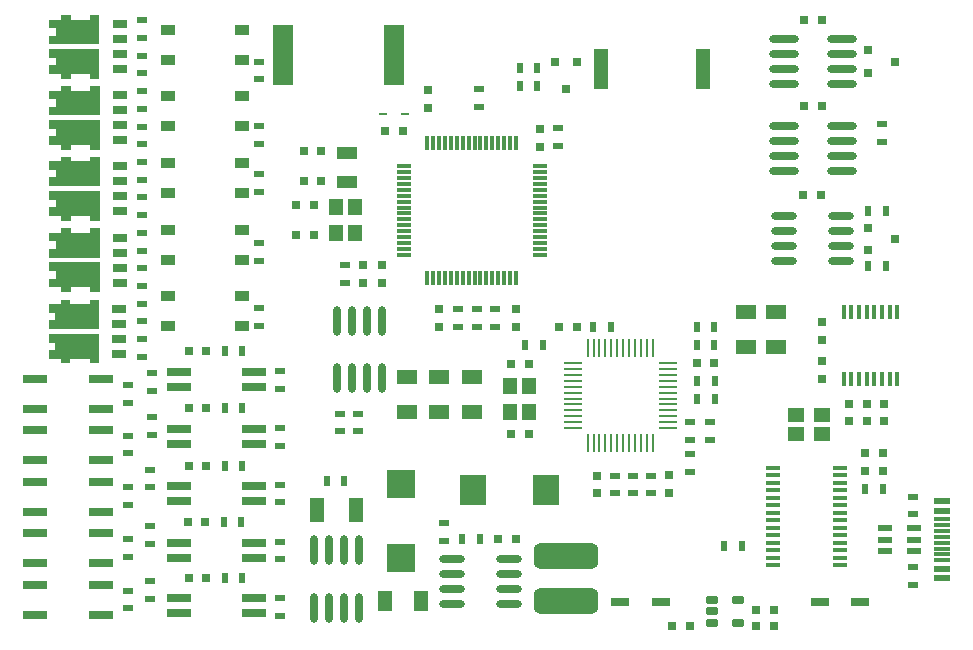
<source format=gtp>
G04*
G04 #@! TF.GenerationSoftware,Altium Limited,Altium Designer,24.4.1 (13)*
G04*
G04 Layer_Color=8421504*
%FSLAX25Y25*%
%MOIN*%
G70*
G04*
G04 #@! TF.SameCoordinates,E746E4B7-F6AA-4F53-916A-F77BCC048612*
G04*
G04*
G04 #@! TF.FilePolarity,Positive*
G04*
G01*
G75*
%ADD23R,0.03543X0.02362*%
%ADD24R,0.03110X0.01063*%
%ADD25R,0.07008X0.20000*%
%ADD26R,0.03150X0.03150*%
%ADD27O,0.00984X0.06102*%
%ADD28O,0.06102X0.00984*%
%ADD29R,0.09055X0.09921*%
G04:AMPARAMS|DCode=30|XSize=11.81mil|YSize=47.24mil|CornerRadius=1.77mil|HoleSize=0mil|Usage=FLASHONLY|Rotation=90.000|XOffset=0mil|YOffset=0mil|HoleType=Round|Shape=RoundedRectangle|*
%AMROUNDEDRECTD30*
21,1,0.01181,0.04370,0,0,90.0*
21,1,0.00827,0.04724,0,0,90.0*
1,1,0.00354,0.02185,0.00413*
1,1,0.00354,0.02185,-0.00413*
1,1,0.00354,-0.02185,-0.00413*
1,1,0.00354,-0.02185,0.00413*
%
%ADD30ROUNDEDRECTD30*%
G04:AMPARAMS|DCode=31|XSize=11.81mil|YSize=47.24mil|CornerRadius=1.77mil|HoleSize=0mil|Usage=FLASHONLY|Rotation=180.000|XOffset=0mil|YOffset=0mil|HoleType=Round|Shape=RoundedRectangle|*
%AMROUNDEDRECTD31*
21,1,0.01181,0.04370,0,0,180.0*
21,1,0.00827,0.04724,0,0,180.0*
1,1,0.00354,-0.00413,0.02185*
1,1,0.00354,0.00413,0.02185*
1,1,0.00354,0.00413,-0.02185*
1,1,0.00354,-0.00413,-0.02185*
%
%ADD31ROUNDEDRECTD31*%
%ADD32R,0.04724X0.05512*%
%ADD33R,0.04724X0.05512*%
%ADD34O,0.02756X0.09843*%
%ADD35R,0.07087X0.04528*%
%ADD36R,0.05118X0.01181*%
%ADD37R,0.05512X0.04724*%
%ADD38R,0.05512X0.04724*%
%ADD39R,0.02362X0.03543*%
%ADD40R,0.09488X0.09331*%
%ADD41R,0.03150X0.03150*%
%ADD42R,0.04528X0.03543*%
%ADD43R,0.08000X0.02600*%
%ADD44R,0.04528X0.07087*%
%ADD45R,0.04921X0.02559*%
%ADD46R,0.03150X0.03937*%
%ADD47R,0.03071X0.03937*%
%ADD48R,0.03937X0.02815*%
%ADD49R,0.03976X0.02854*%
%ADD50R,0.03937X0.02854*%
G04:AMPARAMS|DCode=51|XSize=216.54mil|YSize=84.65mil|CornerRadius=21.16mil|HoleSize=0mil|Usage=FLASHONLY|Rotation=180.000|XOffset=0mil|YOffset=0mil|HoleType=Round|Shape=RoundedRectangle|*
%AMROUNDEDRECTD51*
21,1,0.21654,0.04232,0,0,180.0*
21,1,0.17421,0.08465,0,0,180.0*
1,1,0.04232,-0.08711,0.02116*
1,1,0.04232,0.08711,0.02116*
1,1,0.04232,0.08711,-0.02116*
1,1,0.04232,-0.08711,-0.02116*
%
%ADD51ROUNDEDRECTD51*%
%ADD52R,0.04921X0.07874*%
%ADD53R,0.05118X0.13386*%
%ADD54R,0.06299X0.03150*%
G04:AMPARAMS|DCode=55|XSize=41.73mil|YSize=25.59mil|CornerRadius=6.4mil|HoleSize=0mil|Usage=FLASHONLY|Rotation=0.000|XOffset=0mil|YOffset=0mil|HoleType=Round|Shape=RoundedRectangle|*
%AMROUNDEDRECTD55*
21,1,0.04173,0.01280,0,0,0.0*
21,1,0.02894,0.02559,0,0,0.0*
1,1,0.01280,0.01447,-0.00640*
1,1,0.01280,-0.01447,-0.00640*
1,1,0.01280,-0.01447,0.00640*
1,1,0.01280,0.01447,0.00640*
%
%ADD55ROUNDEDRECTD55*%
%ADD56R,0.03000X0.03000*%
%ADD57R,0.01200X0.04575*%
%ADD58O,0.09843X0.02756*%
%ADD59O,0.08661X0.02362*%
%ADD60R,0.07087X0.03937*%
G04:AMPARAMS|DCode=61|XSize=47.64mil|YSize=23.23mil|CornerRadius=2.9mil|HoleSize=0mil|Usage=FLASHONLY|Rotation=0.000|XOffset=0mil|YOffset=0mil|HoleType=Round|Shape=RoundedRectangle|*
%AMROUNDEDRECTD61*
21,1,0.04764,0.01742,0,0,0.0*
21,1,0.04183,0.02323,0,0,0.0*
1,1,0.00581,0.02092,-0.00871*
1,1,0.00581,-0.02092,-0.00871*
1,1,0.00581,-0.02092,0.00871*
1,1,0.00581,0.02092,0.00871*
%
%ADD61ROUNDEDRECTD61*%
%ADD62R,0.05709X0.01181*%
%ADD63R,0.05709X0.02362*%
%ADD64R,0.03000X0.03000*%
G36*
X66929Y-131693D02*
Y-133268D01*
X63779D01*
Y-131693D01*
X57382D01*
Y-133268D01*
X54134D01*
Y-131693D01*
X50197D01*
Y-128839D01*
X52362D01*
Y-126378D01*
X50197D01*
Y-123425D01*
X66929D01*
Y-131693D01*
D02*
G37*
G36*
Y-113583D02*
Y-121850D01*
X50197D01*
Y-118898D01*
X52362D01*
Y-116437D01*
X50197D01*
Y-113583D01*
X54134D01*
Y-112008D01*
X57382D01*
Y-113583D01*
X63779D01*
Y-112008D01*
X66929D01*
Y-113583D01*
D02*
G37*
G36*
X67126Y-107874D02*
Y-109449D01*
X63976D01*
Y-107874D01*
X57579D01*
Y-109449D01*
X54331D01*
Y-107874D01*
X50394D01*
Y-105020D01*
X52559D01*
Y-102559D01*
X50394D01*
Y-99606D01*
X67126D01*
Y-107874D01*
D02*
G37*
G36*
Y-89764D02*
Y-98032D01*
X50394D01*
Y-95079D01*
X52559D01*
Y-92618D01*
X50394D01*
Y-89764D01*
X54331D01*
Y-88189D01*
X57579D01*
Y-89764D01*
X63976D01*
Y-88189D01*
X67126D01*
Y-89764D01*
D02*
G37*
G36*
Y-84055D02*
Y-85630D01*
X63976D01*
Y-84055D01*
X57579D01*
Y-85630D01*
X54331D01*
Y-84055D01*
X50394D01*
Y-81201D01*
X52559D01*
Y-78740D01*
X50394D01*
Y-75787D01*
X67126D01*
Y-84055D01*
D02*
G37*
G36*
Y-65945D02*
Y-74213D01*
X50394D01*
Y-71260D01*
X52559D01*
Y-68799D01*
X50394D01*
Y-65945D01*
X54331D01*
Y-64370D01*
X57579D01*
Y-65945D01*
X63976D01*
Y-64370D01*
X67126D01*
Y-65945D01*
D02*
G37*
G36*
Y-60433D02*
Y-62008D01*
X63976D01*
Y-60433D01*
X57579D01*
Y-62008D01*
X54331D01*
Y-60433D01*
X50394D01*
Y-57579D01*
X52559D01*
Y-55118D01*
X50394D01*
Y-52165D01*
X67126D01*
Y-60433D01*
D02*
G37*
G36*
Y-42323D02*
Y-50591D01*
X50394D01*
Y-47638D01*
X52559D01*
Y-45177D01*
X50394D01*
Y-42323D01*
X54331D01*
Y-40748D01*
X57579D01*
Y-42323D01*
X63976D01*
Y-40748D01*
X67126D01*
Y-42323D01*
D02*
G37*
G36*
X67028Y-36791D02*
Y-38366D01*
X63878D01*
Y-36791D01*
X57480D01*
Y-38366D01*
X54232D01*
Y-36791D01*
X50295D01*
Y-33937D01*
X52461D01*
Y-31477D01*
X50295D01*
Y-28524D01*
X67028D01*
Y-36791D01*
D02*
G37*
G36*
Y-18681D02*
Y-26949D01*
X50295D01*
Y-23996D01*
X52461D01*
Y-21535D01*
X50295D01*
Y-18681D01*
X54232D01*
Y-17106D01*
X57480D01*
Y-18681D01*
X63878D01*
Y-17106D01*
X67028D01*
Y-18681D01*
D02*
G37*
D23*
X220079Y-54921D02*
D03*
Y-60827D02*
D03*
X193473Y-47736D02*
D03*
Y-41831D02*
D03*
X147244Y-150000D02*
D03*
Y-155905D02*
D03*
X153248Y-150000D02*
D03*
Y-155905D02*
D03*
X192815Y-121063D02*
D03*
Y-115157D02*
D03*
X186713Y-121063D02*
D03*
Y-115157D02*
D03*
X198917Y-121063D02*
D03*
Y-115157D02*
D03*
X338386Y-177657D02*
D03*
Y-183563D02*
D03*
X264075Y-158661D02*
D03*
Y-152756D02*
D03*
X270768D02*
D03*
Y-158661D02*
D03*
X264075Y-163484D02*
D03*
Y-169390D02*
D03*
X148917Y-106496D02*
D03*
Y-100591D02*
D03*
X327854Y-59449D02*
D03*
Y-53543D02*
D03*
X338386Y-201279D02*
D03*
X239075Y-170669D02*
D03*
X120276Y-32677D02*
D03*
X76772Y-140551D02*
D03*
Y-146457D02*
D03*
X127362Y-135827D02*
D03*
Y-192667D02*
D03*
X84449Y-136614D02*
D03*
X338386Y-207185D02*
D03*
X251083Y-176575D02*
D03*
X81299Y-54331D02*
D03*
X84055Y-205906D02*
D03*
Y-187402D02*
D03*
Y-168701D02*
D03*
X84449Y-151181D02*
D03*
Y-142520D02*
D03*
X84055Y-211811D02*
D03*
Y-193307D02*
D03*
Y-174606D02*
D03*
X84449Y-157087D02*
D03*
X81299Y-125197D02*
D03*
Y-113386D02*
D03*
Y-101575D02*
D03*
Y-89764D02*
D03*
Y-77953D02*
D03*
Y-66142D02*
D03*
Y-42520D02*
D03*
Y-30709D02*
D03*
Y-18898D02*
D03*
X127362Y-217520D02*
D03*
Y-173721D02*
D03*
Y-154774D02*
D03*
X76772Y-214961D02*
D03*
Y-209055D02*
D03*
Y-197736D02*
D03*
Y-191831D02*
D03*
X120276Y-114764D02*
D03*
Y-120669D02*
D03*
X81299Y-119291D02*
D03*
Y-131102D02*
D03*
X76772Y-180512D02*
D03*
Y-174606D02*
D03*
Y-163287D02*
D03*
Y-157382D02*
D03*
X120276Y-93209D02*
D03*
Y-99114D02*
D03*
X81299Y-95669D02*
D03*
Y-107480D02*
D03*
X120276Y-70079D02*
D03*
Y-75984D02*
D03*
X81299Y-72047D02*
D03*
Y-83858D02*
D03*
X120276Y-60039D02*
D03*
Y-54134D02*
D03*
X81299Y-48425D02*
D03*
Y-60236D02*
D03*
X120276Y-38583D02*
D03*
X81299Y-24803D02*
D03*
Y-36614D02*
D03*
X181890Y-192323D02*
D03*
X251083Y-170669D02*
D03*
X245079Y-170669D02*
D03*
X239075Y-176575D02*
D03*
X127362Y-141732D02*
D03*
Y-179626D02*
D03*
Y-198573D02*
D03*
Y-211614D02*
D03*
X245079Y-176575D02*
D03*
X127362Y-160679D02*
D03*
X181890Y-186417D02*
D03*
D24*
X169055Y-50295D02*
D03*
X161457D02*
D03*
D25*
X128248Y-30315D02*
D03*
X165256D02*
D03*
D26*
X168307Y-55905D02*
D03*
X162402D02*
D03*
X328150Y-169095D02*
D03*
X322244D02*
D03*
X328150Y-163091D02*
D03*
X322244D02*
D03*
X226181Y-121161D02*
D03*
X220276D02*
D03*
X301969Y-47343D02*
D03*
X307874D02*
D03*
Y-18701D02*
D03*
X301969D02*
D03*
X138484Y-80512D02*
D03*
Y-90354D02*
D03*
X141043Y-72342D02*
D03*
Y-62303D02*
D03*
X286024Y-220866D02*
D03*
X96850Y-129134D02*
D03*
X210138Y-156890D02*
D03*
X204232Y-133366D02*
D03*
X135138Y-62303D02*
D03*
Y-72342D02*
D03*
X301772Y-77264D02*
D03*
X258071Y-220866D02*
D03*
X291929Y-215354D02*
D03*
Y-220866D02*
D03*
X132579Y-80512D02*
D03*
Y-90354D02*
D03*
X272047Y-133169D02*
D03*
X205807Y-191732D02*
D03*
X102756Y-204921D02*
D03*
Y-129134D02*
D03*
X102362Y-186221D02*
D03*
X102756Y-167323D02*
D03*
Y-148228D02*
D03*
X96850Y-204921D02*
D03*
X96457Y-186221D02*
D03*
X96850Y-167323D02*
D03*
Y-148228D02*
D03*
X199902Y-191732D02*
D03*
X204232Y-156890D02*
D03*
X210138Y-133366D02*
D03*
X286024Y-215354D02*
D03*
X266142Y-133169D02*
D03*
X307677Y-77264D02*
D03*
X263976Y-220866D02*
D03*
D27*
X233760Y-128150D02*
D03*
X235728D02*
D03*
X239665D02*
D03*
X241634D02*
D03*
X243602D02*
D03*
X245571D02*
D03*
X247539D02*
D03*
X249508D02*
D03*
X247539Y-159843D02*
D03*
X245571D02*
D03*
X241634D02*
D03*
X237697D02*
D03*
X235728D02*
D03*
X231791D02*
D03*
X239665D02*
D03*
X233760D02*
D03*
X229823D02*
D03*
Y-128150D02*
D03*
X251476Y-159843D02*
D03*
X237697Y-128150D02*
D03*
X231791D02*
D03*
X249508Y-159843D02*
D03*
X243602D02*
D03*
X251476Y-128150D02*
D03*
D28*
X256496Y-148917D02*
D03*
X224803Y-152854D02*
D03*
Y-139075D02*
D03*
Y-137106D02*
D03*
X256496Y-139075D02*
D03*
Y-141043D02*
D03*
Y-143012D02*
D03*
Y-154823D02*
D03*
Y-150886D02*
D03*
Y-152854D02*
D03*
X224803Y-154823D02*
D03*
X256496Y-133169D02*
D03*
X224803Y-148917D02*
D03*
Y-133169D02*
D03*
Y-135138D02*
D03*
Y-150886D02*
D03*
Y-141043D02*
D03*
Y-143012D02*
D03*
X256496Y-146949D02*
D03*
Y-144980D02*
D03*
Y-135138D02*
D03*
X224803Y-146949D02*
D03*
X256496Y-137106D02*
D03*
X224803Y-144980D02*
D03*
D29*
X191496Y-175492D02*
D03*
X215984D02*
D03*
D30*
X168504Y-97047D02*
D03*
Y-95079D02*
D03*
Y-93110D02*
D03*
Y-87205D02*
D03*
Y-85236D02*
D03*
Y-83268D02*
D03*
Y-81299D02*
D03*
Y-69488D02*
D03*
X213779Y-97047D02*
D03*
Y-95079D02*
D03*
Y-93110D02*
D03*
Y-91142D02*
D03*
Y-89173D02*
D03*
Y-87205D02*
D03*
Y-85236D02*
D03*
Y-83268D02*
D03*
Y-81299D02*
D03*
Y-79331D02*
D03*
Y-77362D02*
D03*
Y-71457D02*
D03*
Y-67520D02*
D03*
X168504Y-91142D02*
D03*
Y-79331D02*
D03*
X213779Y-69488D02*
D03*
X168504Y-89173D02*
D03*
Y-71457D02*
D03*
Y-73425D02*
D03*
Y-67520D02*
D03*
X213779Y-75394D02*
D03*
Y-73425D02*
D03*
X168504Y-75394D02*
D03*
Y-77362D02*
D03*
D31*
X176378Y-104921D02*
D03*
X182283D02*
D03*
X184252D02*
D03*
X186221D02*
D03*
X188189D02*
D03*
X190157D02*
D03*
X192126D02*
D03*
X194095D02*
D03*
X196063D02*
D03*
X198031D02*
D03*
X200000D02*
D03*
X201969D02*
D03*
X205906Y-59646D02*
D03*
X203937D02*
D03*
X201969D02*
D03*
X200000D02*
D03*
X198031D02*
D03*
X196063D02*
D03*
X194095D02*
D03*
X192126D02*
D03*
X190157D02*
D03*
X188189D02*
D03*
X186221D02*
D03*
X182283D02*
D03*
X180315D02*
D03*
X176378D02*
D03*
X205906Y-104921D02*
D03*
X180315D02*
D03*
X184252Y-59646D02*
D03*
X178347D02*
D03*
X203937Y-104921D02*
D03*
X178347D02*
D03*
D32*
X203937Y-149508D02*
D03*
X146063Y-89665D02*
D03*
D33*
X203937Y-140847D02*
D03*
X210236Y-149508D02*
D03*
Y-140847D02*
D03*
X146063Y-81004D02*
D03*
X152362Y-89665D02*
D03*
Y-81004D02*
D03*
D34*
X151417Y-118996D02*
D03*
X156417D02*
D03*
X146417Y-138287D02*
D03*
X151417D02*
D03*
X161417D02*
D03*
X156417D02*
D03*
X146417Y-118996D02*
D03*
X161417D02*
D03*
X153524Y-214854D02*
D03*
X148524D02*
D03*
X143524D02*
D03*
X138524D02*
D03*
Y-195562D02*
D03*
X153524D02*
D03*
X148524D02*
D03*
X143524D02*
D03*
D35*
X180413Y-137697D02*
D03*
Y-149508D02*
D03*
X191240Y-137697D02*
D03*
Y-149508D02*
D03*
X169488Y-137697D02*
D03*
Y-149508D02*
D03*
X282677Y-127854D02*
D03*
Y-116043D02*
D03*
X292618Y-127854D02*
D03*
Y-116043D02*
D03*
D36*
X314075Y-200532D02*
D03*
Y-198031D02*
D03*
Y-195531D02*
D03*
Y-193032D02*
D03*
Y-190532D02*
D03*
Y-188031D02*
D03*
Y-185531D02*
D03*
Y-183031D02*
D03*
Y-180532D02*
D03*
Y-178032D02*
D03*
Y-175531D02*
D03*
Y-173031D02*
D03*
Y-170531D02*
D03*
Y-168032D02*
D03*
X291634Y-200532D02*
D03*
Y-198031D02*
D03*
Y-195531D02*
D03*
Y-193032D02*
D03*
Y-190532D02*
D03*
Y-188031D02*
D03*
Y-185531D02*
D03*
Y-183031D02*
D03*
Y-180532D02*
D03*
Y-178032D02*
D03*
Y-175531D02*
D03*
Y-173031D02*
D03*
Y-170531D02*
D03*
Y-168032D02*
D03*
D37*
X308071Y-156890D02*
D03*
D38*
X299410D02*
D03*
X308071Y-150591D02*
D03*
X299410D02*
D03*
D39*
X328248Y-175197D02*
D03*
X322342D02*
D03*
X275295Y-193996D02*
D03*
X281201D02*
D03*
X266339Y-145276D02*
D03*
X272244D02*
D03*
X214961Y-127264D02*
D03*
X209055D02*
D03*
X329232Y-82511D02*
D03*
X323326D02*
D03*
Y-100917D02*
D03*
X213091Y-34843D02*
D03*
X108858Y-129134D02*
D03*
X193799Y-191732D02*
D03*
X231594Y-121161D02*
D03*
X148721Y-172343D02*
D03*
X207185Y-34843D02*
D03*
X266142Y-127165D02*
D03*
Y-121161D02*
D03*
X213091Y-40846D02*
D03*
X114370Y-186221D02*
D03*
X114764Y-129134D02*
D03*
Y-204921D02*
D03*
Y-167520D02*
D03*
Y-148031D02*
D03*
X108858Y-204921D02*
D03*
X108465Y-186221D02*
D03*
X108858Y-167520D02*
D03*
Y-148031D02*
D03*
X142815Y-172343D02*
D03*
X272047Y-121161D02*
D03*
Y-127165D02*
D03*
X187894Y-191732D02*
D03*
X237500Y-121161D02*
D03*
X272244Y-139173D02*
D03*
X207185Y-40846D02*
D03*
X266339Y-139173D02*
D03*
X329232Y-100917D02*
D03*
D40*
X167520Y-198031D02*
D03*
Y-173425D02*
D03*
D41*
X205906Y-120965D02*
D03*
Y-115059D02*
D03*
X155020Y-100492D02*
D03*
Y-106398D02*
D03*
X233071Y-170669D02*
D03*
X328740Y-146653D02*
D03*
X316929D02*
D03*
X322835D02*
D03*
Y-152559D02*
D03*
X307874Y-132480D02*
D03*
Y-138386D02*
D03*
X328740Y-152559D02*
D03*
X316929D02*
D03*
X307874Y-125394D02*
D03*
X161122Y-106398D02*
D03*
X257087Y-176476D02*
D03*
X233071Y-176575D02*
D03*
X180315Y-121063D02*
D03*
X213878Y-55118D02*
D03*
X176476Y-42126D02*
D03*
X161122Y-100492D02*
D03*
X257087Y-170571D02*
D03*
X180315Y-115157D02*
D03*
X213878Y-61024D02*
D03*
X176476Y-48031D02*
D03*
X307874Y-119488D02*
D03*
D42*
X89862Y-120827D02*
D03*
X114468D02*
D03*
Y-110827D02*
D03*
X89862D02*
D03*
Y-76437D02*
D03*
X114468D02*
D03*
X89862Y-66437D02*
D03*
X114468D02*
D03*
Y-32047D02*
D03*
X89862Y-44242D02*
D03*
X114468Y-88632D02*
D03*
Y-44242D02*
D03*
Y-22047D02*
D03*
X89862Y-88632D02*
D03*
Y-22047D02*
D03*
X114468Y-98632D02*
D03*
X89862D02*
D03*
X114468Y-54242D02*
D03*
X89862D02*
D03*
Y-32047D02*
D03*
D43*
X45669Y-217087D02*
D03*
Y-207087D02*
D03*
X67669Y-217087D02*
D03*
Y-207087D02*
D03*
X118504Y-211614D02*
D03*
X93504D02*
D03*
Y-216614D02*
D03*
X118504D02*
D03*
X67669Y-148386D02*
D03*
X118504Y-136142D02*
D03*
Y-193228D02*
D03*
X93504Y-136142D02*
D03*
X67669Y-138386D02*
D03*
Y-155561D02*
D03*
Y-172736D02*
D03*
Y-189911D02*
D03*
X118504Y-141142D02*
D03*
Y-198228D02*
D03*
Y-179213D02*
D03*
Y-160039D02*
D03*
X93504Y-141142D02*
D03*
Y-198228D02*
D03*
Y-179213D02*
D03*
Y-160039D02*
D03*
Y-193228D02*
D03*
Y-174213D02*
D03*
Y-155039D02*
D03*
X118504Y-174213D02*
D03*
Y-155039D02*
D03*
X67669Y-199911D02*
D03*
Y-182736D02*
D03*
Y-165561D02*
D03*
X45669Y-189911D02*
D03*
Y-172736D02*
D03*
Y-155561D02*
D03*
Y-138386D02*
D03*
Y-148386D02*
D03*
Y-165561D02*
D03*
Y-182736D02*
D03*
Y-199911D02*
D03*
D44*
X162402Y-212402D02*
D03*
X174213D02*
D03*
D45*
X73721Y-115138D02*
D03*
Y-125138D02*
D03*
X60433Y-117913D02*
D03*
Y-127362D02*
D03*
X73721Y-120138D02*
D03*
Y-130138D02*
D03*
X73917Y-48878D02*
D03*
Y-58878D02*
D03*
Y-53878D02*
D03*
X60630Y-103543D02*
D03*
Y-94095D02*
D03*
Y-79724D02*
D03*
Y-70276D02*
D03*
Y-56102D02*
D03*
Y-46654D02*
D03*
X60532Y-32461D02*
D03*
Y-23012D02*
D03*
X73917Y-101319D02*
D03*
Y-96319D02*
D03*
Y-106319D02*
D03*
Y-91319D02*
D03*
Y-77500D02*
D03*
Y-82500D02*
D03*
Y-72500D02*
D03*
Y-67500D02*
D03*
Y-43878D02*
D03*
X73819Y-30236D02*
D03*
Y-35236D02*
D03*
Y-25236D02*
D03*
Y-20236D02*
D03*
D46*
X55709Y-113976D02*
D03*
X55797Y-131238D02*
D03*
X55994Y-107419D02*
D03*
X55905Y-90158D02*
D03*
X55994Y-83600D02*
D03*
X55905Y-66339D02*
D03*
X55994Y-59978D02*
D03*
X55905Y-42717D02*
D03*
X55895Y-36336D02*
D03*
X55807Y-19075D02*
D03*
D47*
X65354Y-113976D02*
D03*
X65397Y-131238D02*
D03*
X65594Y-107419D02*
D03*
X65551Y-90158D02*
D03*
X65594Y-83600D02*
D03*
X65551Y-66339D02*
D03*
X65594Y-59978D02*
D03*
X65551Y-42717D02*
D03*
X65495Y-36336D02*
D03*
X65453Y-19075D02*
D03*
D48*
X52165Y-114961D02*
D03*
X52362Y-91142D02*
D03*
Y-67323D02*
D03*
Y-43701D02*
D03*
X52264Y-20059D02*
D03*
D49*
Y-120374D02*
D03*
X52461Y-96555D02*
D03*
Y-72736D02*
D03*
Y-49114D02*
D03*
X52362Y-25473D02*
D03*
D50*
X52165Y-130266D02*
D03*
X52197Y-124938D02*
D03*
X52362Y-106447D02*
D03*
X52394Y-101119D02*
D03*
Y-77300D02*
D03*
X52362Y-82628D02*
D03*
Y-59006D02*
D03*
X52394Y-53678D02*
D03*
X52295Y-30036D02*
D03*
X52264Y-35364D02*
D03*
D51*
X222441Y-197441D02*
D03*
Y-212598D02*
D03*
D52*
X139563Y-182283D02*
D03*
X152563D02*
D03*
D53*
X268406Y-35138D02*
D03*
X234154D02*
D03*
D54*
X320571Y-212795D02*
D03*
X307185D02*
D03*
X254134Y-212795D02*
D03*
X240748D02*
D03*
D55*
X271258Y-219685D02*
D03*
Y-212205D02*
D03*
X279919D02*
D03*
X271258Y-215945D02*
D03*
X279919Y-219685D02*
D03*
D56*
X332326Y-91753D02*
D03*
X323326Y-88003D02*
D03*
Y-95503D02*
D03*
X323327Y-28937D02*
D03*
Y-36437D02*
D03*
X332327Y-32687D02*
D03*
D57*
X315158Y-115976D02*
D03*
X317717D02*
D03*
X333071Y-138583D02*
D03*
X315158D02*
D03*
X320276D02*
D03*
X322835D02*
D03*
X325394D02*
D03*
X317717D02*
D03*
X327953D02*
D03*
X320276Y-115976D02*
D03*
X322835D02*
D03*
X330512Y-138583D02*
D03*
X333071Y-115976D02*
D03*
X330512D02*
D03*
X327953D02*
D03*
X325394D02*
D03*
D58*
X295177Y-64114D02*
D03*
Y-59114D02*
D03*
X314469Y-69114D02*
D03*
Y-64114D02*
D03*
Y-54114D02*
D03*
Y-59114D02*
D03*
X295177Y-69114D02*
D03*
Y-54114D02*
D03*
X314469Y-40177D02*
D03*
Y-25177D02*
D03*
X295177Y-35177D02*
D03*
Y-30177D02*
D03*
X314469Y-35177D02*
D03*
Y-30177D02*
D03*
X295177Y-40177D02*
D03*
Y-25177D02*
D03*
D59*
X314272Y-84232D02*
D03*
Y-99232D02*
D03*
Y-89232D02*
D03*
Y-94232D02*
D03*
X295374Y-84232D02*
D03*
Y-94232D02*
D03*
Y-89232D02*
D03*
Y-99232D02*
D03*
X184646Y-208602D02*
D03*
Y-213602D02*
D03*
X203543D02*
D03*
X184646Y-203602D02*
D03*
X203543Y-198602D02*
D03*
Y-203602D02*
D03*
Y-208602D02*
D03*
X184646Y-198602D02*
D03*
D60*
X149606Y-72835D02*
D03*
Y-62992D02*
D03*
D61*
X338760Y-192028D02*
D03*
X328878Y-188287D02*
D03*
Y-195768D02*
D03*
Y-192028D02*
D03*
X338760Y-195768D02*
D03*
Y-188287D02*
D03*
D62*
X347854Y-193012D02*
D03*
Y-189075D02*
D03*
Y-194980D02*
D03*
Y-191043D02*
D03*
Y-185138D02*
D03*
Y-196949D02*
D03*
Y-198917D02*
D03*
Y-187106D02*
D03*
D63*
Y-204823D02*
D03*
Y-179232D02*
D03*
Y-201673D02*
D03*
Y-182382D02*
D03*
D64*
X226388Y-32929D02*
D03*
X218888D02*
D03*
X222638Y-41929D02*
D03*
M02*

</source>
